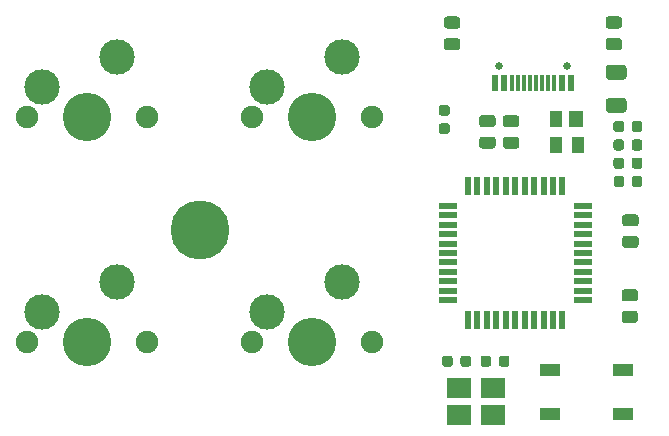
<source format=gbr>
%TF.GenerationSoftware,KiCad,Pcbnew,(5.1.7)-1*%
%TF.CreationDate,2020-10-26T01:34:49-04:00*%
%TF.ProjectId,OreoOrtho,4f72656f-4f72-4746-986f-2e6b69636164,rev?*%
%TF.SameCoordinates,Original*%
%TF.FileFunction,Soldermask,Top*%
%TF.FilePolarity,Negative*%
%FSLAX46Y46*%
G04 Gerber Fmt 4.6, Leading zero omitted, Abs format (unit mm)*
G04 Created by KiCad (PCBNEW (5.1.7)-1) date 2020-10-26 01:34:49*
%MOMM*%
%LPD*%
G01*
G04 APERTURE LIST*
%ADD10C,5.000000*%
%ADD11R,0.550000X1.500000*%
%ADD12R,1.500000X0.550000*%
%ADD13R,0.600000X1.450000*%
%ADD14R,0.300000X1.450000*%
%ADD15C,0.650000*%
%ADD16R,2.100000X1.800000*%
%ADD17R,1.000000X1.400000*%
%ADD18R,1.200000X1.400000*%
%ADD19R,1.800000X1.100000*%
%ADD20C,3.000000*%
%ADD21C,1.900000*%
%ADD22C,4.100000*%
G04 APERTURE END LIST*
D10*
%TO.C,H1*%
X159544000Y-54768800D03*
%TD*%
D11*
%TO.C,U1*%
X182261000Y-51028200D03*
X183061000Y-51028200D03*
X183861000Y-51028200D03*
X184661000Y-51028200D03*
X185461000Y-51028200D03*
X186261000Y-51028200D03*
X187061000Y-51028200D03*
X187861000Y-51028200D03*
X188661000Y-51028200D03*
X189461000Y-51028200D03*
X190261000Y-51028200D03*
D12*
X191961000Y-52728200D03*
X191961000Y-53528200D03*
X191961000Y-54328200D03*
X191961000Y-55128200D03*
X191961000Y-55928200D03*
X191961000Y-56728200D03*
X191961000Y-57528200D03*
X191961000Y-58328200D03*
X191961000Y-59128200D03*
X191961000Y-59928200D03*
X191961000Y-60728200D03*
D11*
X190261000Y-62428200D03*
X189461000Y-62428200D03*
X188661000Y-62428200D03*
X187861000Y-62428200D03*
X187061000Y-62428200D03*
X186261000Y-62428200D03*
X185461000Y-62428200D03*
X184661000Y-62428200D03*
X183861000Y-62428200D03*
X183061000Y-62428200D03*
X182261000Y-62428200D03*
D12*
X180561000Y-60728200D03*
X180561000Y-59928200D03*
X180561000Y-59128200D03*
X180561000Y-58328200D03*
X180561000Y-57528200D03*
X180561000Y-56728200D03*
X180561000Y-55928200D03*
X180561000Y-55128200D03*
X180561000Y-54328200D03*
X180561000Y-53528200D03*
X180561000Y-52728200D03*
%TD*%
%TO.C,C7*%
G36*
G01*
X195486000Y-50428200D02*
X195486000Y-50928200D01*
G75*
G02*
X195261000Y-51153200I-225000J0D01*
G01*
X194811000Y-51153200D01*
G75*
G02*
X194586000Y-50928200I0J225000D01*
G01*
X194586000Y-50428200D01*
G75*
G02*
X194811000Y-50203200I225000J0D01*
G01*
X195261000Y-50203200D01*
G75*
G02*
X195486000Y-50428200I0J-225000D01*
G01*
G37*
G36*
G01*
X197036000Y-50428200D02*
X197036000Y-50928200D01*
G75*
G02*
X196811000Y-51153200I-225000J0D01*
G01*
X196361000Y-51153200D01*
G75*
G02*
X196136000Y-50928200I0J225000D01*
G01*
X196136000Y-50428200D01*
G75*
G02*
X196361000Y-50203200I225000J0D01*
G01*
X196811000Y-50203200D01*
G75*
G02*
X197036000Y-50428200I0J-225000D01*
G01*
G37*
%TD*%
D13*
%TO.C,USB1*%
X184536000Y-42323200D03*
X190986000Y-42323200D03*
X185311000Y-42323200D03*
X190211000Y-42323200D03*
D14*
X189511000Y-42323200D03*
X186011000Y-42323200D03*
X189011000Y-42323200D03*
X186511000Y-42323200D03*
X188511000Y-42323200D03*
X187011000Y-42323200D03*
X187511000Y-42323200D03*
X188011000Y-42323200D03*
D15*
X184871000Y-40878200D03*
X190651000Y-40878200D03*
%TD*%
D16*
%TO.C,Y1*%
X184399000Y-70443800D03*
X181499000Y-70443800D03*
X181499000Y-68143800D03*
X184399000Y-68143800D03*
%TD*%
D17*
%TO.C,U2*%
X191611000Y-47578200D03*
X189711000Y-47578200D03*
X189711000Y-45378200D03*
D18*
X191431000Y-45378200D03*
%TD*%
D19*
%TO.C,RST_SW1*%
X189186000Y-70329900D03*
X195386000Y-66629900D03*
X189186000Y-66629900D03*
X195386000Y-70329900D03*
%TD*%
%TO.C,R6*%
G36*
G01*
X181361002Y-37728200D02*
X180460998Y-37728200D01*
G75*
G02*
X180211000Y-37478202I0J249998D01*
G01*
X180211000Y-36953198D01*
G75*
G02*
X180460998Y-36703200I249998J0D01*
G01*
X181361002Y-36703200D01*
G75*
G02*
X181611000Y-36953198I0J-249998D01*
G01*
X181611000Y-37478202D01*
G75*
G02*
X181361002Y-37728200I-249998J0D01*
G01*
G37*
G36*
G01*
X181361002Y-39553200D02*
X180460998Y-39553200D01*
G75*
G02*
X180211000Y-39303202I0J249998D01*
G01*
X180211000Y-38778198D01*
G75*
G02*
X180460998Y-38528200I249998J0D01*
G01*
X181361002Y-38528200D01*
G75*
G02*
X181611000Y-38778198I0J-249998D01*
G01*
X181611000Y-39303202D01*
G75*
G02*
X181361002Y-39553200I-249998J0D01*
G01*
G37*
%TD*%
%TO.C,R5*%
G36*
G01*
X186361002Y-46078200D02*
X185460998Y-46078200D01*
G75*
G02*
X185211000Y-45828202I0J249998D01*
G01*
X185211000Y-45303198D01*
G75*
G02*
X185460998Y-45053200I249998J0D01*
G01*
X186361002Y-45053200D01*
G75*
G02*
X186611000Y-45303198I0J-249998D01*
G01*
X186611000Y-45828202D01*
G75*
G02*
X186361002Y-46078200I-249998J0D01*
G01*
G37*
G36*
G01*
X186361002Y-47903200D02*
X185460998Y-47903200D01*
G75*
G02*
X185211000Y-47653202I0J249998D01*
G01*
X185211000Y-47128198D01*
G75*
G02*
X185460998Y-46878200I249998J0D01*
G01*
X186361002Y-46878200D01*
G75*
G02*
X186611000Y-47128198I0J-249998D01*
G01*
X186611000Y-47653202D01*
G75*
G02*
X186361002Y-47903200I-249998J0D01*
G01*
G37*
%TD*%
%TO.C,R4*%
G36*
G01*
X183460998Y-46878200D02*
X184361002Y-46878200D01*
G75*
G02*
X184611000Y-47128198I0J-249998D01*
G01*
X184611000Y-47653202D01*
G75*
G02*
X184361002Y-47903200I-249998J0D01*
G01*
X183460998Y-47903200D01*
G75*
G02*
X183211000Y-47653202I0J249998D01*
G01*
X183211000Y-47128198D01*
G75*
G02*
X183460998Y-46878200I249998J0D01*
G01*
G37*
G36*
G01*
X183460998Y-45053200D02*
X184361002Y-45053200D01*
G75*
G02*
X184611000Y-45303198I0J-249998D01*
G01*
X184611000Y-45828202D01*
G75*
G02*
X184361002Y-46078200I-249998J0D01*
G01*
X183460998Y-46078200D01*
G75*
G02*
X183211000Y-45828202I0J249998D01*
G01*
X183211000Y-45303198D01*
G75*
G02*
X183460998Y-45053200I249998J0D01*
G01*
G37*
%TD*%
%TO.C,R3*%
G36*
G01*
X195061002Y-37728200D02*
X194160998Y-37728200D01*
G75*
G02*
X193911000Y-37478202I0J249998D01*
G01*
X193911000Y-36953198D01*
G75*
G02*
X194160998Y-36703200I249998J0D01*
G01*
X195061002Y-36703200D01*
G75*
G02*
X195311000Y-36953198I0J-249998D01*
G01*
X195311000Y-37478202D01*
G75*
G02*
X195061002Y-37728200I-249998J0D01*
G01*
G37*
G36*
G01*
X195061002Y-39553200D02*
X194160998Y-39553200D01*
G75*
G02*
X193911000Y-39303202I0J249998D01*
G01*
X193911000Y-38778198D01*
G75*
G02*
X194160998Y-38528200I249998J0D01*
G01*
X195061002Y-38528200D01*
G75*
G02*
X195311000Y-38778198I0J-249998D01*
G01*
X195311000Y-39303202D01*
G75*
G02*
X195061002Y-39553200I-249998J0D01*
G01*
G37*
%TD*%
%TO.C,R2*%
G36*
G01*
X195560998Y-55278200D02*
X196461002Y-55278200D01*
G75*
G02*
X196711000Y-55528198I0J-249998D01*
G01*
X196711000Y-56053202D01*
G75*
G02*
X196461002Y-56303200I-249998J0D01*
G01*
X195560998Y-56303200D01*
G75*
G02*
X195311000Y-56053202I0J249998D01*
G01*
X195311000Y-55528198D01*
G75*
G02*
X195560998Y-55278200I249998J0D01*
G01*
G37*
G36*
G01*
X195560998Y-53453200D02*
X196461002Y-53453200D01*
G75*
G02*
X196711000Y-53703198I0J-249998D01*
G01*
X196711000Y-54228202D01*
G75*
G02*
X196461002Y-54478200I-249998J0D01*
G01*
X195560998Y-54478200D01*
G75*
G02*
X195311000Y-54228202I0J249998D01*
G01*
X195311000Y-53703198D01*
G75*
G02*
X195560998Y-53453200I249998J0D01*
G01*
G37*
%TD*%
%TO.C,R1*%
G36*
G01*
X196411002Y-60828200D02*
X195510998Y-60828200D01*
G75*
G02*
X195261000Y-60578202I0J249998D01*
G01*
X195261000Y-60053198D01*
G75*
G02*
X195510998Y-59803200I249998J0D01*
G01*
X196411002Y-59803200D01*
G75*
G02*
X196661000Y-60053198I0J-249998D01*
G01*
X196661000Y-60578202D01*
G75*
G02*
X196411002Y-60828200I-249998J0D01*
G01*
G37*
G36*
G01*
X196411002Y-62653200D02*
X195510998Y-62653200D01*
G75*
G02*
X195261000Y-62403202I0J249998D01*
G01*
X195261000Y-61878198D01*
G75*
G02*
X195510998Y-61628200I249998J0D01*
G01*
X196411002Y-61628200D01*
G75*
G02*
X196661000Y-61878198I0J-249998D01*
G01*
X196661000Y-62403202D01*
G75*
G02*
X196411002Y-62653200I-249998J0D01*
G01*
G37*
%TD*%
%TO.C,F1*%
G36*
G01*
X194186000Y-43603200D02*
X195436000Y-43603200D01*
G75*
G02*
X195686000Y-43853200I0J-250000D01*
G01*
X195686000Y-44603200D01*
G75*
G02*
X195436000Y-44853200I-250000J0D01*
G01*
X194186000Y-44853200D01*
G75*
G02*
X193936000Y-44603200I0J250000D01*
G01*
X193936000Y-43853200D01*
G75*
G02*
X194186000Y-43603200I250000J0D01*
G01*
G37*
G36*
G01*
X194186000Y-40803200D02*
X195436000Y-40803200D01*
G75*
G02*
X195686000Y-41053200I0J-250000D01*
G01*
X195686000Y-41803200D01*
G75*
G02*
X195436000Y-42053200I-250000J0D01*
G01*
X194186000Y-42053200D01*
G75*
G02*
X193936000Y-41803200I0J250000D01*
G01*
X193936000Y-41053200D01*
G75*
G02*
X194186000Y-40803200I250000J0D01*
G01*
G37*
%TD*%
%TO.C,C6*%
G36*
G01*
X195478000Y-48878200D02*
X195478000Y-49378200D01*
G75*
G02*
X195253000Y-49603200I-225000J0D01*
G01*
X194803000Y-49603200D01*
G75*
G02*
X194578000Y-49378200I0J225000D01*
G01*
X194578000Y-48878200D01*
G75*
G02*
X194803000Y-48653200I225000J0D01*
G01*
X195253000Y-48653200D01*
G75*
G02*
X195478000Y-48878200I0J-225000D01*
G01*
G37*
G36*
G01*
X197028000Y-48878200D02*
X197028000Y-49378200D01*
G75*
G02*
X196803000Y-49603200I-225000J0D01*
G01*
X196353000Y-49603200D01*
G75*
G02*
X196128000Y-49378200I0J225000D01*
G01*
X196128000Y-48878200D01*
G75*
G02*
X196353000Y-48653200I225000J0D01*
G01*
X196803000Y-48653200D01*
G75*
G02*
X197028000Y-48878200I0J-225000D01*
G01*
G37*
%TD*%
%TO.C,C5*%
G36*
G01*
X195478000Y-47328200D02*
X195478000Y-47828200D01*
G75*
G02*
X195253000Y-48053200I-225000J0D01*
G01*
X194803000Y-48053200D01*
G75*
G02*
X194578000Y-47828200I0J225000D01*
G01*
X194578000Y-47328200D01*
G75*
G02*
X194803000Y-47103200I225000J0D01*
G01*
X195253000Y-47103200D01*
G75*
G02*
X195478000Y-47328200I0J-225000D01*
G01*
G37*
G36*
G01*
X197028000Y-47328200D02*
X197028000Y-47828200D01*
G75*
G02*
X196803000Y-48053200I-225000J0D01*
G01*
X196353000Y-48053200D01*
G75*
G02*
X196128000Y-47828200I0J225000D01*
G01*
X196128000Y-47328200D01*
G75*
G02*
X196353000Y-47103200I225000J0D01*
G01*
X196803000Y-47103200D01*
G75*
G02*
X197028000Y-47328200I0J-225000D01*
G01*
G37*
%TD*%
%TO.C,C4*%
G36*
G01*
X195478000Y-45768800D02*
X195478000Y-46268800D01*
G75*
G02*
X195253000Y-46493800I-225000J0D01*
G01*
X194803000Y-46493800D01*
G75*
G02*
X194578000Y-46268800I0J225000D01*
G01*
X194578000Y-45768800D01*
G75*
G02*
X194803000Y-45543800I225000J0D01*
G01*
X195253000Y-45543800D01*
G75*
G02*
X195478000Y-45768800I0J-225000D01*
G01*
G37*
G36*
G01*
X197028000Y-45768800D02*
X197028000Y-46268800D01*
G75*
G02*
X196803000Y-46493800I-225000J0D01*
G01*
X196353000Y-46493800D01*
G75*
G02*
X196128000Y-46268800I0J225000D01*
G01*
X196128000Y-45768800D01*
G75*
G02*
X196353000Y-45543800I225000J0D01*
G01*
X196803000Y-45543800D01*
G75*
G02*
X197028000Y-45768800I0J-225000D01*
G01*
G37*
%TD*%
%TO.C,C3*%
G36*
G01*
X180011000Y-45753200D02*
X180511000Y-45753200D01*
G75*
G02*
X180736000Y-45978200I0J-225000D01*
G01*
X180736000Y-46428200D01*
G75*
G02*
X180511000Y-46653200I-225000J0D01*
G01*
X180011000Y-46653200D01*
G75*
G02*
X179786000Y-46428200I0J225000D01*
G01*
X179786000Y-45978200D01*
G75*
G02*
X180011000Y-45753200I225000J0D01*
G01*
G37*
G36*
G01*
X180011000Y-44203200D02*
X180511000Y-44203200D01*
G75*
G02*
X180736000Y-44428200I0J-225000D01*
G01*
X180736000Y-44878200D01*
G75*
G02*
X180511000Y-45103200I-225000J0D01*
G01*
X180011000Y-45103200D01*
G75*
G02*
X179786000Y-44878200I0J225000D01*
G01*
X179786000Y-44428200D01*
G75*
G02*
X180011000Y-44203200I225000J0D01*
G01*
G37*
%TD*%
%TO.C,C2*%
G36*
G01*
X180974000Y-65643800D02*
X180974000Y-66143800D01*
G75*
G02*
X180749000Y-66368800I-225000J0D01*
G01*
X180299000Y-66368800D01*
G75*
G02*
X180074000Y-66143800I0J225000D01*
G01*
X180074000Y-65643800D01*
G75*
G02*
X180299000Y-65418800I225000J0D01*
G01*
X180749000Y-65418800D01*
G75*
G02*
X180974000Y-65643800I0J-225000D01*
G01*
G37*
G36*
G01*
X182524000Y-65643800D02*
X182524000Y-66143800D01*
G75*
G02*
X182299000Y-66368800I-225000J0D01*
G01*
X181849000Y-66368800D01*
G75*
G02*
X181624000Y-66143800I0J225000D01*
G01*
X181624000Y-65643800D01*
G75*
G02*
X181849000Y-65418800I225000J0D01*
G01*
X182299000Y-65418800D01*
G75*
G02*
X182524000Y-65643800I0J-225000D01*
G01*
G37*
%TD*%
%TO.C,C1*%
G36*
G01*
X184874000Y-66143800D02*
X184874000Y-65643800D01*
G75*
G02*
X185099000Y-65418800I225000J0D01*
G01*
X185549000Y-65418800D01*
G75*
G02*
X185774000Y-65643800I0J-225000D01*
G01*
X185774000Y-66143800D01*
G75*
G02*
X185549000Y-66368800I-225000J0D01*
G01*
X185099000Y-66368800D01*
G75*
G02*
X184874000Y-66143800I0J225000D01*
G01*
G37*
G36*
G01*
X183324000Y-66143800D02*
X183324000Y-65643800D01*
G75*
G02*
X183549000Y-65418800I225000J0D01*
G01*
X183999000Y-65418800D01*
G75*
G02*
X184224000Y-65643800I0J-225000D01*
G01*
X184224000Y-66143800D01*
G75*
G02*
X183999000Y-66368800I-225000J0D01*
G01*
X183549000Y-66368800D01*
G75*
G02*
X183324000Y-66143800I0J225000D01*
G01*
G37*
%TD*%
D20*
%TO.C,SW4*%
X171609000Y-59213800D03*
X165259000Y-61753800D03*
D21*
X163989000Y-64293800D03*
X174149000Y-64293800D03*
D22*
X169069000Y-64293800D03*
%TD*%
D20*
%TO.C,SW3*%
X152559000Y-59213800D03*
X146209000Y-61753800D03*
D21*
X144939000Y-64293800D03*
X155099000Y-64293800D03*
D22*
X150019000Y-64293800D03*
%TD*%
D20*
%TO.C,SW2*%
X171609000Y-40163800D03*
X165259000Y-42703800D03*
D21*
X163989000Y-45243800D03*
X174149000Y-45243800D03*
D22*
X169069000Y-45243800D03*
%TD*%
D20*
%TO.C,SW1*%
X152559000Y-40163800D03*
X146209000Y-42703800D03*
D21*
X144939000Y-45243800D03*
X155099000Y-45243800D03*
D22*
X150019000Y-45243800D03*
%TD*%
M02*

</source>
